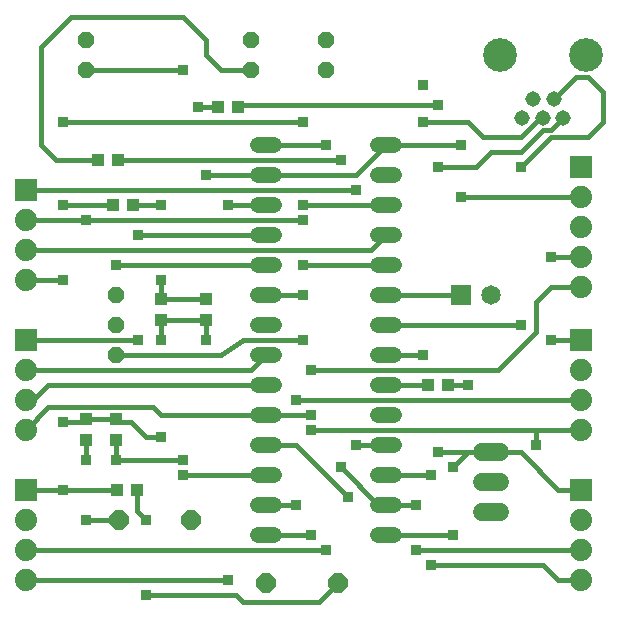
<source format=gtl>
G75*
%MOIN*%
%OFA0B0*%
%FSLAX24Y24*%
%IPPOS*%
%LPD*%
%AMOC8*
5,1,8,0,0,1.08239X$1,22.5*
%
%ADD10R,0.0740X0.0740*%
%ADD11C,0.0740*%
%ADD12C,0.0520*%
%ADD13C,0.0515*%
%ADD14C,0.1122*%
%ADD15C,0.0600*%
%ADD16OC8,0.0520*%
%ADD17OC8,0.0520*%
%ADD18OC8,0.0650*%
%ADD19R,0.0433X0.0394*%
%ADD20R,0.0394X0.0433*%
%ADD21R,0.0650X0.0650*%
%ADD22C,0.0650*%
%ADD23C,0.0150*%
%ADD24R,0.0356X0.0356*%
%ADD25C,0.0160*%
D10*
X000650Y004150D03*
X000650Y009150D03*
X000650Y014150D03*
X019150Y014900D03*
X019150Y009150D03*
X019150Y004150D03*
D11*
X000650Y001150D03*
X000650Y002150D03*
X000650Y003150D03*
X000650Y006150D03*
X000650Y007150D03*
X000650Y008150D03*
X000650Y011150D03*
X000650Y012150D03*
X000650Y013150D03*
X019150Y012900D03*
X019150Y011900D03*
X019150Y010900D03*
X019150Y008150D03*
X019150Y007150D03*
X019150Y006150D03*
X019150Y003150D03*
X019150Y002150D03*
X019150Y001150D03*
X019150Y013900D03*
D12*
X012910Y013650D02*
X012390Y013650D01*
X012390Y012650D02*
X012910Y012650D01*
X012910Y011650D02*
X012390Y011650D01*
X012390Y010650D02*
X012910Y010650D01*
X012910Y009650D02*
X012390Y009650D01*
X012390Y008650D02*
X012910Y008650D01*
X012910Y007650D02*
X012390Y007650D01*
X012390Y006650D02*
X012910Y006650D01*
X012910Y005650D02*
X012390Y005650D01*
X012390Y004650D02*
X012910Y004650D01*
X012910Y003650D02*
X012390Y003650D01*
X012390Y002650D02*
X012910Y002650D01*
X008910Y002650D02*
X008390Y002650D01*
X008390Y003650D02*
X008910Y003650D01*
X008910Y004650D02*
X008390Y004650D01*
X008390Y005650D02*
X008910Y005650D01*
X008910Y006650D02*
X008390Y006650D01*
X008390Y007650D02*
X008910Y007650D01*
X008910Y008650D02*
X008390Y008650D01*
X008390Y009650D02*
X008910Y009650D01*
X008910Y010650D02*
X008390Y010650D01*
X008390Y011650D02*
X008910Y011650D01*
X008910Y012650D02*
X008390Y012650D01*
X008390Y013650D02*
X008910Y013650D01*
X008910Y014650D02*
X008390Y014650D01*
X008390Y015650D02*
X008910Y015650D01*
X012390Y015650D02*
X012910Y015650D01*
X012910Y014650D02*
X012390Y014650D01*
D13*
X017200Y016550D03*
X017570Y017170D03*
X018260Y017170D03*
X018570Y016550D03*
X017900Y016550D03*
D14*
X016463Y018650D03*
X019337Y018650D03*
D15*
X016450Y005400D02*
X015850Y005400D01*
X015850Y004400D02*
X016450Y004400D01*
X016450Y003400D02*
X015850Y003400D01*
D16*
X010650Y018150D03*
X010650Y019150D03*
X008150Y019150D03*
X008150Y018150D03*
X002650Y018150D03*
X002650Y019150D03*
D17*
X003650Y010650D03*
X003650Y009650D03*
X003650Y008650D03*
D18*
X003748Y003150D03*
X006150Y003150D03*
X008650Y001025D03*
X011052Y001025D03*
D19*
X014065Y007650D03*
X014735Y007650D03*
X007735Y016900D03*
X007065Y016900D03*
X003735Y015150D03*
X003065Y015150D03*
X003565Y013650D03*
X004235Y013650D03*
X004360Y004150D03*
X003690Y004150D03*
D20*
X003650Y005815D03*
X003650Y006485D03*
X002650Y006485D03*
X002650Y005815D03*
X005150Y009815D03*
X005150Y010485D03*
X006650Y010485D03*
X006650Y009815D03*
D21*
X015150Y010650D03*
D22*
X016150Y010650D03*
D23*
X017150Y008900D02*
X016400Y008150D01*
X010150Y008150D01*
X009900Y009150D02*
X007900Y009150D01*
X007150Y008650D01*
X003650Y008650D01*
X004400Y009150D02*
X000650Y009150D01*
X000650Y008150D02*
X008150Y008150D01*
X008650Y008650D01*
X008650Y007650D02*
X001400Y007650D01*
X000900Y007150D01*
X000650Y007150D01*
X001400Y006900D02*
X000650Y006150D01*
X001400Y006900D02*
X004900Y006900D01*
X005150Y006650D01*
X008650Y006650D01*
X010150Y006650D01*
X010150Y006150D02*
X017650Y006150D01*
X019150Y006150D01*
X016150Y005400D02*
X014400Y005400D01*
X014150Y004650D02*
X012650Y004650D01*
X012650Y005650D02*
X011650Y005650D01*
X011150Y004900D02*
X012400Y003650D01*
X012650Y003650D01*
X013650Y003650D01*
X013650Y002150D02*
X019150Y002150D01*
X019150Y001150D02*
X018400Y001150D01*
X017900Y001650D01*
X014150Y001650D01*
X011400Y003900D02*
X009650Y005650D01*
X008650Y005650D01*
X008650Y004650D02*
X005900Y004650D01*
X005900Y005150D02*
X003650Y005150D01*
X003650Y005815D01*
X003735Y006400D02*
X003650Y006485D01*
X002650Y006485D01*
X002650Y006400D01*
X001900Y006400D01*
X002650Y005815D02*
X002650Y005150D01*
X001900Y004150D02*
X003690Y004150D01*
X004360Y004150D02*
X004360Y003440D01*
X004650Y003150D01*
X003748Y003150D02*
X002650Y003150D01*
X001900Y004150D02*
X000650Y004150D01*
X000650Y002150D02*
X010650Y002150D01*
X010150Y002650D02*
X008650Y002650D01*
X007400Y001150D02*
X000650Y001150D01*
X004650Y000650D02*
X007650Y000650D01*
X007900Y000400D01*
X010427Y000400D01*
X011052Y001025D01*
X005150Y005900D02*
X004650Y005900D01*
X004150Y006400D01*
X003735Y006400D01*
X005150Y009150D02*
X005150Y009815D01*
X006650Y009815D01*
X006650Y009150D01*
X006650Y010485D02*
X005150Y010485D01*
X005150Y011150D01*
X003650Y011650D02*
X008650Y011650D01*
X008650Y010650D02*
X009900Y010650D01*
X009900Y011650D02*
X012650Y011650D01*
X012150Y012150D02*
X012650Y012650D01*
X012150Y012150D02*
X000650Y012150D01*
X000650Y011150D02*
X001900Y011150D01*
X002650Y013150D02*
X000650Y013150D01*
X000650Y014150D02*
X011650Y014150D01*
X011650Y014650D02*
X012650Y015650D01*
X011650Y014650D02*
X008650Y014650D01*
X006650Y014650D01*
X007400Y013650D02*
X008650Y013650D01*
X008650Y012650D02*
X004400Y012650D01*
X004235Y013650D02*
X005150Y013650D01*
X003735Y015150D02*
X011150Y015150D01*
X010650Y015650D02*
X008650Y015650D01*
X009900Y016400D02*
X001900Y016400D01*
X001150Y015650D02*
X001650Y015150D01*
X003065Y015150D01*
X003565Y013650D02*
X001900Y013650D01*
X002650Y013150D02*
X009900Y013150D01*
X009900Y013650D02*
X012650Y013650D01*
X014400Y014900D02*
X015650Y014900D01*
X016150Y015400D01*
X017150Y015400D01*
X017900Y016150D01*
X018150Y016150D01*
X018550Y016550D01*
X018570Y016550D01*
X017900Y016550D02*
X017800Y016550D01*
X017150Y015900D01*
X015900Y015900D01*
X015400Y016400D01*
X013900Y016400D01*
X014400Y016980D02*
X007815Y016980D01*
X007735Y016900D01*
X007065Y016900D02*
X006400Y016900D01*
X005900Y018150D02*
X002650Y018150D01*
X001150Y018900D02*
X001150Y015650D01*
X001150Y018900D02*
X002150Y019900D01*
X005900Y019900D01*
X006650Y019150D01*
X006650Y018650D01*
X007150Y018150D01*
X008150Y018150D01*
X017150Y014900D02*
X018150Y015900D01*
X019400Y015900D01*
X019900Y016400D01*
X019900Y017400D01*
X019400Y017900D01*
X018990Y017900D01*
X018260Y017170D01*
X015400Y007650D02*
X014735Y007650D01*
D24*
X015400Y007650D03*
X013900Y008650D03*
X011650Y005650D03*
X011150Y004900D03*
X011400Y003900D03*
X010150Y002650D03*
X010650Y002150D03*
X009650Y003650D03*
X007400Y001150D03*
X004650Y000650D03*
X004650Y003150D03*
X005900Y004650D03*
X005900Y005150D03*
X005150Y005900D03*
X003650Y005150D03*
X002650Y005150D03*
X001900Y004150D03*
X002650Y003150D03*
X001900Y006400D03*
X004400Y009150D03*
X005150Y009150D03*
X006650Y009150D03*
X005150Y011150D03*
X003650Y011650D03*
X004400Y012650D03*
X005150Y013650D03*
X006650Y014650D03*
X007400Y013650D03*
X009900Y013650D03*
X009900Y013150D03*
X009900Y011650D03*
X009900Y010650D03*
X009900Y009150D03*
X010150Y008150D03*
X009650Y007150D03*
X010150Y006650D03*
X010150Y006150D03*
X013650Y003650D03*
X014150Y004650D03*
X014400Y005400D03*
X014900Y004900D03*
X014900Y002650D03*
X014150Y001650D03*
X013650Y002150D03*
X017650Y005650D03*
X018150Y009150D03*
X017150Y009650D03*
X018150Y011900D03*
X017150Y014900D03*
X015150Y015650D03*
X014400Y014900D03*
X015150Y013900D03*
X013900Y016400D03*
X014400Y016980D03*
X013900Y017650D03*
X011150Y015150D03*
X010650Y015650D03*
X009900Y016400D03*
X011650Y014150D03*
X006400Y016900D03*
X005900Y018150D03*
X001900Y016400D03*
X001900Y013650D03*
X002650Y013150D03*
X001900Y011150D03*
D25*
X008650Y003650D02*
X009650Y003650D01*
X012650Y002650D02*
X014900Y002650D01*
X014900Y004900D02*
X015400Y005400D01*
X016150Y005400D01*
X017150Y005400D01*
X018400Y004150D01*
X019150Y004150D01*
X017650Y005650D02*
X017650Y006150D01*
X019150Y007150D02*
X009650Y007150D01*
X012650Y007650D02*
X014065Y007650D01*
X013900Y008650D02*
X012650Y008650D01*
X012650Y009650D02*
X017150Y009650D01*
X017650Y009400D02*
X017150Y008900D01*
X017650Y009400D02*
X017650Y010400D01*
X018150Y010900D01*
X019150Y010900D01*
X019150Y011900D02*
X018150Y011900D01*
X019150Y013900D02*
X015150Y013900D01*
X015150Y015650D02*
X012650Y015650D01*
X012650Y010650D02*
X015150Y010650D01*
X018150Y009150D02*
X019150Y009150D01*
M02*

</source>
